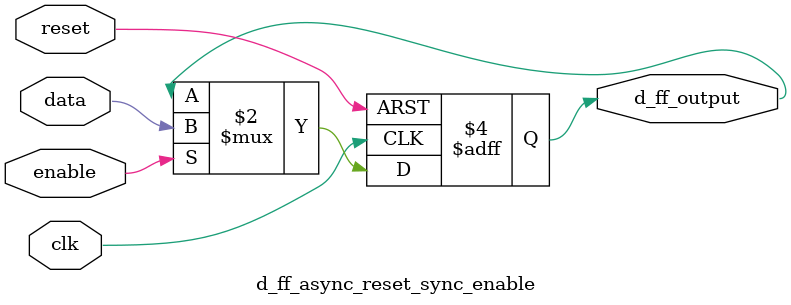
<source format=sv>
`timescale 1ns / 1ps

//N represents the number of bits to be stored
module d_ff_async_reset_sync_enable #(parameter N = 1)(
output logic [(N-1):0] d_ff_output,
input logic reset,clk,enable,
input logic [(N-1):0] data 
    );
    
    always_ff @(posedge clk, posedge reset)
    begin
        if(reset)
            d_ff_output <= 1'b0;
        else if(enable)
            d_ff_output <= data;
    end
endmodule

</source>
